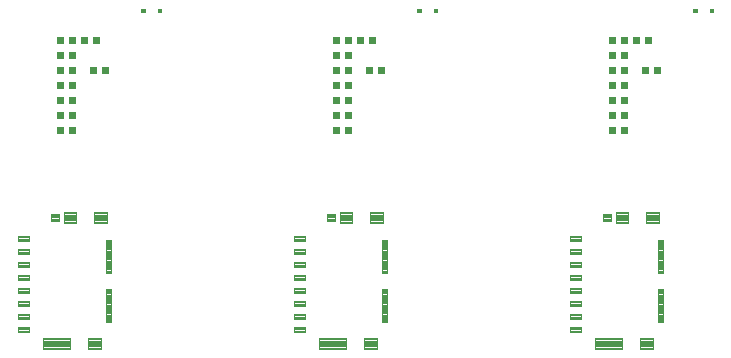
<source format=gbp>
G04 EAGLE Gerber RS-274X export*
G75*
%MOMM*%
%FSLAX34Y34*%
%LPD*%
%INSolderpaste Bottom*%
%IPPOS*%
%AMOC8*
5,1,8,0,0,1.08239X$1,22.5*%
G01*
%ADD10C,0.100000*%
%ADD11C,0.100800*%
%ADD12C,0.105000*%
%ADD13C,0.099000*%
%ADD14C,0.102000*%


D10*
X54900Y185900D02*
X45900Y185900D01*
X45900Y189900D01*
X54900Y189900D01*
X54900Y185900D01*
X54900Y186850D02*
X45900Y186850D01*
X45900Y187800D02*
X54900Y187800D01*
X54900Y188750D02*
X45900Y188750D01*
X45900Y189700D02*
X54900Y189700D01*
X54900Y174900D02*
X45900Y174900D01*
X45900Y178900D01*
X54900Y178900D01*
X54900Y174900D01*
X54900Y175850D02*
X45900Y175850D01*
X45900Y176800D02*
X54900Y176800D01*
X54900Y177750D02*
X45900Y177750D01*
X45900Y178700D02*
X54900Y178700D01*
X54900Y163900D02*
X45900Y163900D01*
X45900Y167900D01*
X54900Y167900D01*
X54900Y163900D01*
X54900Y164850D02*
X45900Y164850D01*
X45900Y165800D02*
X54900Y165800D01*
X54900Y166750D02*
X45900Y166750D01*
X45900Y167700D02*
X54900Y167700D01*
X54900Y152900D02*
X45900Y152900D01*
X45900Y156900D01*
X54900Y156900D01*
X54900Y152900D01*
X54900Y153850D02*
X45900Y153850D01*
X45900Y154800D02*
X54900Y154800D01*
X54900Y155750D02*
X45900Y155750D01*
X45900Y156700D02*
X54900Y156700D01*
X54900Y141900D02*
X45900Y141900D01*
X45900Y145900D01*
X54900Y145900D01*
X54900Y141900D01*
X54900Y142850D02*
X45900Y142850D01*
X45900Y143800D02*
X54900Y143800D01*
X54900Y144750D02*
X45900Y144750D01*
X45900Y145700D02*
X54900Y145700D01*
X54900Y130900D02*
X45900Y130900D01*
X45900Y134900D01*
X54900Y134900D01*
X54900Y130900D01*
X54900Y131850D02*
X45900Y131850D01*
X45900Y132800D02*
X54900Y132800D01*
X54900Y133750D02*
X45900Y133750D01*
X45900Y134700D02*
X54900Y134700D01*
X54900Y119900D02*
X45900Y119900D01*
X45900Y123900D01*
X54900Y123900D01*
X54900Y119900D01*
X54900Y120850D02*
X45900Y120850D01*
X45900Y121800D02*
X54900Y121800D01*
X54900Y122750D02*
X45900Y122750D01*
X45900Y123700D02*
X54900Y123700D01*
X54900Y108900D02*
X45900Y108900D01*
X45900Y112900D01*
X54900Y112900D01*
X54900Y108900D01*
X54900Y109850D02*
X45900Y109850D01*
X45900Y110800D02*
X54900Y110800D01*
X54900Y111750D02*
X45900Y111750D01*
X45900Y112700D02*
X54900Y112700D01*
D11*
X73804Y202804D02*
X73804Y208996D01*
X80596Y208996D01*
X80596Y202804D01*
X73804Y202804D01*
X73804Y203762D02*
X80596Y203762D01*
X80596Y204720D02*
X73804Y204720D01*
X73804Y205678D02*
X80596Y205678D01*
X80596Y206636D02*
X73804Y206636D01*
X73804Y207594D02*
X80596Y207594D01*
X80596Y208552D02*
X73804Y208552D01*
D12*
X85025Y201175D02*
X94775Y201175D01*
X85025Y201175D02*
X85025Y210625D01*
X94775Y210625D01*
X94775Y201175D01*
X94775Y202172D02*
X85025Y202172D01*
X85025Y203169D02*
X94775Y203169D01*
X94775Y204166D02*
X85025Y204166D01*
X85025Y205163D02*
X94775Y205163D01*
X94775Y206160D02*
X85025Y206160D01*
X85025Y207157D02*
X94775Y207157D01*
X94775Y208154D02*
X85025Y208154D01*
X85025Y209151D02*
X94775Y209151D01*
X94775Y210148D02*
X85025Y210148D01*
X110525Y201175D02*
X121475Y201175D01*
X110525Y201175D02*
X110525Y210625D01*
X121475Y210625D01*
X121475Y201175D01*
X121475Y202172D02*
X110525Y202172D01*
X110525Y203169D02*
X121475Y203169D01*
X121475Y204166D02*
X110525Y204166D01*
X110525Y205163D02*
X121475Y205163D01*
X121475Y206160D02*
X110525Y206160D01*
X110525Y207157D02*
X121475Y207157D01*
X121475Y208154D02*
X110525Y208154D01*
X110525Y209151D02*
X121475Y209151D01*
X121475Y210148D02*
X110525Y210148D01*
X115775Y94425D02*
X104825Y94425D01*
X104825Y103875D01*
X115775Y103875D01*
X115775Y94425D01*
X115775Y95422D02*
X104825Y95422D01*
X104825Y96419D02*
X115775Y96419D01*
X115775Y97416D02*
X104825Y97416D01*
X104825Y98413D02*
X115775Y98413D01*
X115775Y99410D02*
X104825Y99410D01*
X104825Y100407D02*
X115775Y100407D01*
X115775Y101404D02*
X104825Y101404D01*
X104825Y102401D02*
X115775Y102401D01*
X115775Y103398D02*
X104825Y103398D01*
X89875Y94425D02*
X67025Y94425D01*
X67025Y103875D01*
X89875Y103875D01*
X89875Y94425D01*
X89875Y95422D02*
X67025Y95422D01*
X67025Y96419D02*
X89875Y96419D01*
X89875Y97416D02*
X67025Y97416D01*
X67025Y98413D02*
X89875Y98413D01*
X89875Y99410D02*
X67025Y99410D01*
X67025Y100407D02*
X89875Y100407D01*
X89875Y101404D02*
X67025Y101404D01*
X67025Y102401D02*
X89875Y102401D01*
X89875Y103398D02*
X67025Y103398D01*
D13*
X125005Y116895D02*
X125005Y145005D01*
X125005Y116895D02*
X120495Y116895D01*
X120495Y145005D01*
X125005Y145005D01*
X125005Y117835D02*
X120495Y117835D01*
X120495Y118775D02*
X125005Y118775D01*
X125005Y119715D02*
X120495Y119715D01*
X120495Y120655D02*
X125005Y120655D01*
X125005Y121595D02*
X120495Y121595D01*
X120495Y122535D02*
X125005Y122535D01*
X125005Y123475D02*
X120495Y123475D01*
X120495Y124415D02*
X125005Y124415D01*
X125005Y125355D02*
X120495Y125355D01*
X120495Y126295D02*
X125005Y126295D01*
X125005Y127235D02*
X120495Y127235D01*
X120495Y128175D02*
X125005Y128175D01*
X125005Y129115D02*
X120495Y129115D01*
X120495Y130055D02*
X125005Y130055D01*
X125005Y130995D02*
X120495Y130995D01*
X120495Y131935D02*
X125005Y131935D01*
X125005Y132875D02*
X120495Y132875D01*
X120495Y133815D02*
X125005Y133815D01*
X125005Y134755D02*
X120495Y134755D01*
X120495Y135695D02*
X125005Y135695D01*
X125005Y136635D02*
X120495Y136635D01*
X120495Y137575D02*
X125005Y137575D01*
X125005Y138515D02*
X120495Y138515D01*
X120495Y139455D02*
X125005Y139455D01*
X125005Y140395D02*
X120495Y140395D01*
X120495Y141335D02*
X125005Y141335D01*
X125005Y142275D02*
X120495Y142275D01*
X120495Y143215D02*
X125005Y143215D01*
X125005Y144155D02*
X120495Y144155D01*
X125005Y158795D02*
X125005Y186905D01*
X125005Y158795D02*
X120495Y158795D01*
X120495Y186905D01*
X125005Y186905D01*
X125005Y159735D02*
X120495Y159735D01*
X120495Y160675D02*
X125005Y160675D01*
X125005Y161615D02*
X120495Y161615D01*
X120495Y162555D02*
X125005Y162555D01*
X125005Y163495D02*
X120495Y163495D01*
X120495Y164435D02*
X125005Y164435D01*
X125005Y165375D02*
X120495Y165375D01*
X120495Y166315D02*
X125005Y166315D01*
X125005Y167255D02*
X120495Y167255D01*
X120495Y168195D02*
X125005Y168195D01*
X125005Y169135D02*
X120495Y169135D01*
X120495Y170075D02*
X125005Y170075D01*
X125005Y171015D02*
X120495Y171015D01*
X120495Y171955D02*
X125005Y171955D01*
X125005Y172895D02*
X120495Y172895D01*
X120495Y173835D02*
X125005Y173835D01*
X125005Y174775D02*
X120495Y174775D01*
X120495Y175715D02*
X125005Y175715D01*
X125005Y176655D02*
X120495Y176655D01*
X120495Y177595D02*
X125005Y177595D01*
X125005Y178535D02*
X120495Y178535D01*
X120495Y179475D02*
X125005Y179475D01*
X125005Y180415D02*
X120495Y180415D01*
X120495Y181355D02*
X125005Y181355D01*
X125005Y182295D02*
X120495Y182295D01*
X120495Y183235D02*
X125005Y183235D01*
X125005Y184175D02*
X120495Y184175D01*
X120495Y185115D02*
X125005Y185115D01*
X125005Y186055D02*
X120495Y186055D01*
D14*
X93850Y319990D02*
X88870Y319990D01*
X93850Y319990D02*
X93850Y315010D01*
X88870Y315010D01*
X88870Y319990D01*
X88870Y315979D02*
X93850Y315979D01*
X93850Y316948D02*
X88870Y316948D01*
X88870Y317917D02*
X93850Y317917D01*
X93850Y318886D02*
X88870Y318886D01*
X88870Y319855D02*
X93850Y319855D01*
X83850Y319990D02*
X78870Y319990D01*
X83850Y319990D02*
X83850Y315010D01*
X78870Y315010D01*
X78870Y319990D01*
X78870Y315979D02*
X83850Y315979D01*
X83850Y316948D02*
X78870Y316948D01*
X78870Y317917D02*
X83850Y317917D01*
X83850Y318886D02*
X78870Y318886D01*
X78870Y319855D02*
X83850Y319855D01*
X88870Y307290D02*
X93850Y307290D01*
X93850Y302310D01*
X88870Y302310D01*
X88870Y307290D01*
X88870Y303279D02*
X93850Y303279D01*
X93850Y304248D02*
X88870Y304248D01*
X88870Y305217D02*
X93850Y305217D01*
X93850Y306186D02*
X88870Y306186D01*
X88870Y307155D02*
X93850Y307155D01*
X83850Y307290D02*
X78870Y307290D01*
X83850Y307290D02*
X83850Y302310D01*
X78870Y302310D01*
X78870Y307290D01*
X78870Y303279D02*
X83850Y303279D01*
X83850Y304248D02*
X78870Y304248D01*
X78870Y305217D02*
X83850Y305217D01*
X83850Y306186D02*
X78870Y306186D01*
X78870Y307155D02*
X83850Y307155D01*
X99190Y353110D02*
X104170Y353110D01*
X99190Y353110D02*
X99190Y358090D01*
X104170Y358090D01*
X104170Y353110D01*
X104170Y354079D02*
X99190Y354079D01*
X99190Y355048D02*
X104170Y355048D01*
X104170Y356017D02*
X99190Y356017D01*
X99190Y356986D02*
X104170Y356986D01*
X104170Y357955D02*
X99190Y357955D01*
X109190Y353110D02*
X114170Y353110D01*
X109190Y353110D02*
X109190Y358090D01*
X114170Y358090D01*
X114170Y353110D01*
X114170Y354079D02*
X109190Y354079D01*
X109190Y355048D02*
X114170Y355048D01*
X114170Y356017D02*
X109190Y356017D01*
X109190Y356986D02*
X114170Y356986D01*
X114170Y357955D02*
X109190Y357955D01*
X93850Y281890D02*
X88870Y281890D01*
X93850Y281890D02*
X93850Y276910D01*
X88870Y276910D01*
X88870Y281890D01*
X88870Y277879D02*
X93850Y277879D01*
X93850Y278848D02*
X88870Y278848D01*
X88870Y279817D02*
X93850Y279817D01*
X93850Y280786D02*
X88870Y280786D01*
X88870Y281755D02*
X93850Y281755D01*
X83850Y281890D02*
X78870Y281890D01*
X83850Y281890D02*
X83850Y276910D01*
X78870Y276910D01*
X78870Y281890D01*
X78870Y277879D02*
X83850Y277879D01*
X83850Y278848D02*
X78870Y278848D01*
X78870Y279817D02*
X83850Y279817D01*
X83850Y280786D02*
X78870Y280786D01*
X78870Y281755D02*
X83850Y281755D01*
X88870Y294590D02*
X93850Y294590D01*
X93850Y289610D01*
X88870Y289610D01*
X88870Y294590D01*
X88870Y290579D02*
X93850Y290579D01*
X93850Y291548D02*
X88870Y291548D01*
X88870Y292517D02*
X93850Y292517D01*
X93850Y293486D02*
X88870Y293486D01*
X88870Y294455D02*
X93850Y294455D01*
X83850Y294590D02*
X78870Y294590D01*
X83850Y294590D02*
X83850Y289610D01*
X78870Y289610D01*
X78870Y294590D01*
X78870Y290579D02*
X83850Y290579D01*
X83850Y291548D02*
X78870Y291548D01*
X78870Y292517D02*
X83850Y292517D01*
X83850Y293486D02*
X78870Y293486D01*
X78870Y294455D02*
X83850Y294455D01*
X88870Y332690D02*
X93850Y332690D01*
X93850Y327710D01*
X88870Y327710D01*
X88870Y332690D01*
X88870Y328679D02*
X93850Y328679D01*
X93850Y329648D02*
X88870Y329648D01*
X88870Y330617D02*
X93850Y330617D01*
X93850Y331586D02*
X88870Y331586D01*
X88870Y332555D02*
X93850Y332555D01*
X83850Y332690D02*
X78870Y332690D01*
X83850Y332690D02*
X83850Y327710D01*
X78870Y327710D01*
X78870Y332690D01*
X78870Y328679D02*
X83850Y328679D01*
X83850Y329648D02*
X78870Y329648D01*
X78870Y330617D02*
X83850Y330617D01*
X83850Y331586D02*
X78870Y331586D01*
X78870Y332555D02*
X83850Y332555D01*
X106810Y327710D02*
X111790Y327710D01*
X106810Y327710D02*
X106810Y332690D01*
X111790Y332690D01*
X111790Y327710D01*
X111790Y328679D02*
X106810Y328679D01*
X106810Y329648D02*
X111790Y329648D01*
X111790Y330617D02*
X106810Y330617D01*
X106810Y331586D02*
X111790Y331586D01*
X111790Y332555D02*
X106810Y332555D01*
X116810Y327710D02*
X121790Y327710D01*
X116810Y327710D02*
X116810Y332690D01*
X121790Y332690D01*
X121790Y327710D01*
X121790Y328679D02*
X116810Y328679D01*
X116810Y329648D02*
X121790Y329648D01*
X121790Y330617D02*
X116810Y330617D01*
X116810Y331586D02*
X121790Y331586D01*
X121790Y332555D02*
X116810Y332555D01*
X93850Y358090D02*
X88870Y358090D01*
X93850Y358090D02*
X93850Y353110D01*
X88870Y353110D01*
X88870Y358090D01*
X88870Y354079D02*
X93850Y354079D01*
X93850Y355048D02*
X88870Y355048D01*
X88870Y356017D02*
X93850Y356017D01*
X93850Y356986D02*
X88870Y356986D01*
X88870Y357955D02*
X93850Y357955D01*
X83850Y358090D02*
X78870Y358090D01*
X83850Y358090D02*
X83850Y353110D01*
X78870Y353110D01*
X78870Y358090D01*
X78870Y354079D02*
X83850Y354079D01*
X83850Y355048D02*
X78870Y355048D01*
X78870Y356017D02*
X83850Y356017D01*
X83850Y356986D02*
X78870Y356986D01*
X78870Y357955D02*
X83850Y357955D01*
X88870Y345390D02*
X93850Y345390D01*
X93850Y340410D01*
X88870Y340410D01*
X88870Y345390D01*
X88870Y341379D02*
X93850Y341379D01*
X93850Y342348D02*
X88870Y342348D01*
X88870Y343317D02*
X93850Y343317D01*
X93850Y344286D02*
X88870Y344286D01*
X88870Y345255D02*
X93850Y345255D01*
X83850Y345390D02*
X78870Y345390D01*
X83850Y345390D02*
X83850Y340410D01*
X78870Y340410D01*
X78870Y345390D01*
X78870Y341379D02*
X83850Y341379D01*
X83850Y342348D02*
X78870Y342348D01*
X78870Y343317D02*
X83850Y343317D01*
X83850Y344286D02*
X78870Y344286D01*
X78870Y345255D02*
X83850Y345255D01*
D10*
X164250Y379500D02*
X167250Y379500D01*
X164250Y379500D02*
X164250Y382500D01*
X167250Y382500D01*
X167250Y379500D01*
X167250Y380450D02*
X164250Y380450D01*
X164250Y381400D02*
X167250Y381400D01*
X167250Y382350D02*
X164250Y382350D01*
X153250Y379500D02*
X150250Y379500D01*
X150250Y382500D01*
X153250Y382500D01*
X153250Y379500D01*
X153250Y380450D02*
X150250Y380450D01*
X150250Y381400D02*
X153250Y381400D01*
X153250Y382350D02*
X150250Y382350D01*
X279580Y185900D02*
X288580Y185900D01*
X279580Y185900D02*
X279580Y189900D01*
X288580Y189900D01*
X288580Y185900D01*
X288580Y186850D02*
X279580Y186850D01*
X279580Y187800D02*
X288580Y187800D01*
X288580Y188750D02*
X279580Y188750D01*
X279580Y189700D02*
X288580Y189700D01*
X288580Y174900D02*
X279580Y174900D01*
X279580Y178900D01*
X288580Y178900D01*
X288580Y174900D01*
X288580Y175850D02*
X279580Y175850D01*
X279580Y176800D02*
X288580Y176800D01*
X288580Y177750D02*
X279580Y177750D01*
X279580Y178700D02*
X288580Y178700D01*
X288580Y163900D02*
X279580Y163900D01*
X279580Y167900D01*
X288580Y167900D01*
X288580Y163900D01*
X288580Y164850D02*
X279580Y164850D01*
X279580Y165800D02*
X288580Y165800D01*
X288580Y166750D02*
X279580Y166750D01*
X279580Y167700D02*
X288580Y167700D01*
X288580Y152900D02*
X279580Y152900D01*
X279580Y156900D01*
X288580Y156900D01*
X288580Y152900D01*
X288580Y153850D02*
X279580Y153850D01*
X279580Y154800D02*
X288580Y154800D01*
X288580Y155750D02*
X279580Y155750D01*
X279580Y156700D02*
X288580Y156700D01*
X288580Y141900D02*
X279580Y141900D01*
X279580Y145900D01*
X288580Y145900D01*
X288580Y141900D01*
X288580Y142850D02*
X279580Y142850D01*
X279580Y143800D02*
X288580Y143800D01*
X288580Y144750D02*
X279580Y144750D01*
X279580Y145700D02*
X288580Y145700D01*
X288580Y130900D02*
X279580Y130900D01*
X279580Y134900D01*
X288580Y134900D01*
X288580Y130900D01*
X288580Y131850D02*
X279580Y131850D01*
X279580Y132800D02*
X288580Y132800D01*
X288580Y133750D02*
X279580Y133750D01*
X279580Y134700D02*
X288580Y134700D01*
X288580Y119900D02*
X279580Y119900D01*
X279580Y123900D01*
X288580Y123900D01*
X288580Y119900D01*
X288580Y120850D02*
X279580Y120850D01*
X279580Y121800D02*
X288580Y121800D01*
X288580Y122750D02*
X279580Y122750D01*
X279580Y123700D02*
X288580Y123700D01*
X288580Y108900D02*
X279580Y108900D01*
X279580Y112900D01*
X288580Y112900D01*
X288580Y108900D01*
X288580Y109850D02*
X279580Y109850D01*
X279580Y110800D02*
X288580Y110800D01*
X288580Y111750D02*
X279580Y111750D01*
X279580Y112700D02*
X288580Y112700D01*
D11*
X307484Y202804D02*
X307484Y208996D01*
X314276Y208996D01*
X314276Y202804D01*
X307484Y202804D01*
X307484Y203762D02*
X314276Y203762D01*
X314276Y204720D02*
X307484Y204720D01*
X307484Y205678D02*
X314276Y205678D01*
X314276Y206636D02*
X307484Y206636D01*
X307484Y207594D02*
X314276Y207594D01*
X314276Y208552D02*
X307484Y208552D01*
D12*
X318705Y201175D02*
X328455Y201175D01*
X318705Y201175D02*
X318705Y210625D01*
X328455Y210625D01*
X328455Y201175D01*
X328455Y202172D02*
X318705Y202172D01*
X318705Y203169D02*
X328455Y203169D01*
X328455Y204166D02*
X318705Y204166D01*
X318705Y205163D02*
X328455Y205163D01*
X328455Y206160D02*
X318705Y206160D01*
X318705Y207157D02*
X328455Y207157D01*
X328455Y208154D02*
X318705Y208154D01*
X318705Y209151D02*
X328455Y209151D01*
X328455Y210148D02*
X318705Y210148D01*
X344205Y201175D02*
X355155Y201175D01*
X344205Y201175D02*
X344205Y210625D01*
X355155Y210625D01*
X355155Y201175D01*
X355155Y202172D02*
X344205Y202172D01*
X344205Y203169D02*
X355155Y203169D01*
X355155Y204166D02*
X344205Y204166D01*
X344205Y205163D02*
X355155Y205163D01*
X355155Y206160D02*
X344205Y206160D01*
X344205Y207157D02*
X355155Y207157D01*
X355155Y208154D02*
X344205Y208154D01*
X344205Y209151D02*
X355155Y209151D01*
X355155Y210148D02*
X344205Y210148D01*
X349455Y94425D02*
X338505Y94425D01*
X338505Y103875D01*
X349455Y103875D01*
X349455Y94425D01*
X349455Y95422D02*
X338505Y95422D01*
X338505Y96419D02*
X349455Y96419D01*
X349455Y97416D02*
X338505Y97416D01*
X338505Y98413D02*
X349455Y98413D01*
X349455Y99410D02*
X338505Y99410D01*
X338505Y100407D02*
X349455Y100407D01*
X349455Y101404D02*
X338505Y101404D01*
X338505Y102401D02*
X349455Y102401D01*
X349455Y103398D02*
X338505Y103398D01*
X323555Y94425D02*
X300705Y94425D01*
X300705Y103875D01*
X323555Y103875D01*
X323555Y94425D01*
X323555Y95422D02*
X300705Y95422D01*
X300705Y96419D02*
X323555Y96419D01*
X323555Y97416D02*
X300705Y97416D01*
X300705Y98413D02*
X323555Y98413D01*
X323555Y99410D02*
X300705Y99410D01*
X300705Y100407D02*
X323555Y100407D01*
X323555Y101404D02*
X300705Y101404D01*
X300705Y102401D02*
X323555Y102401D01*
X323555Y103398D02*
X300705Y103398D01*
D13*
X358685Y116895D02*
X358685Y145005D01*
X358685Y116895D02*
X354175Y116895D01*
X354175Y145005D01*
X358685Y145005D01*
X358685Y117835D02*
X354175Y117835D01*
X354175Y118775D02*
X358685Y118775D01*
X358685Y119715D02*
X354175Y119715D01*
X354175Y120655D02*
X358685Y120655D01*
X358685Y121595D02*
X354175Y121595D01*
X354175Y122535D02*
X358685Y122535D01*
X358685Y123475D02*
X354175Y123475D01*
X354175Y124415D02*
X358685Y124415D01*
X358685Y125355D02*
X354175Y125355D01*
X354175Y126295D02*
X358685Y126295D01*
X358685Y127235D02*
X354175Y127235D01*
X354175Y128175D02*
X358685Y128175D01*
X358685Y129115D02*
X354175Y129115D01*
X354175Y130055D02*
X358685Y130055D01*
X358685Y130995D02*
X354175Y130995D01*
X354175Y131935D02*
X358685Y131935D01*
X358685Y132875D02*
X354175Y132875D01*
X354175Y133815D02*
X358685Y133815D01*
X358685Y134755D02*
X354175Y134755D01*
X354175Y135695D02*
X358685Y135695D01*
X358685Y136635D02*
X354175Y136635D01*
X354175Y137575D02*
X358685Y137575D01*
X358685Y138515D02*
X354175Y138515D01*
X354175Y139455D02*
X358685Y139455D01*
X358685Y140395D02*
X354175Y140395D01*
X354175Y141335D02*
X358685Y141335D01*
X358685Y142275D02*
X354175Y142275D01*
X354175Y143215D02*
X358685Y143215D01*
X358685Y144155D02*
X354175Y144155D01*
X358685Y158795D02*
X358685Y186905D01*
X358685Y158795D02*
X354175Y158795D01*
X354175Y186905D01*
X358685Y186905D01*
X358685Y159735D02*
X354175Y159735D01*
X354175Y160675D02*
X358685Y160675D01*
X358685Y161615D02*
X354175Y161615D01*
X354175Y162555D02*
X358685Y162555D01*
X358685Y163495D02*
X354175Y163495D01*
X354175Y164435D02*
X358685Y164435D01*
X358685Y165375D02*
X354175Y165375D01*
X354175Y166315D02*
X358685Y166315D01*
X358685Y167255D02*
X354175Y167255D01*
X354175Y168195D02*
X358685Y168195D01*
X358685Y169135D02*
X354175Y169135D01*
X354175Y170075D02*
X358685Y170075D01*
X358685Y171015D02*
X354175Y171015D01*
X354175Y171955D02*
X358685Y171955D01*
X358685Y172895D02*
X354175Y172895D01*
X354175Y173835D02*
X358685Y173835D01*
X358685Y174775D02*
X354175Y174775D01*
X354175Y175715D02*
X358685Y175715D01*
X358685Y176655D02*
X354175Y176655D01*
X354175Y177595D02*
X358685Y177595D01*
X358685Y178535D02*
X354175Y178535D01*
X354175Y179475D02*
X358685Y179475D01*
X358685Y180415D02*
X354175Y180415D01*
X354175Y181355D02*
X358685Y181355D01*
X358685Y182295D02*
X354175Y182295D01*
X354175Y183235D02*
X358685Y183235D01*
X358685Y184175D02*
X354175Y184175D01*
X354175Y185115D02*
X358685Y185115D01*
X358685Y186055D02*
X354175Y186055D01*
D14*
X327530Y319990D02*
X322550Y319990D01*
X327530Y319990D02*
X327530Y315010D01*
X322550Y315010D01*
X322550Y319990D01*
X322550Y315979D02*
X327530Y315979D01*
X327530Y316948D02*
X322550Y316948D01*
X322550Y317917D02*
X327530Y317917D01*
X327530Y318886D02*
X322550Y318886D01*
X322550Y319855D02*
X327530Y319855D01*
X317530Y319990D02*
X312550Y319990D01*
X317530Y319990D02*
X317530Y315010D01*
X312550Y315010D01*
X312550Y319990D01*
X312550Y315979D02*
X317530Y315979D01*
X317530Y316948D02*
X312550Y316948D01*
X312550Y317917D02*
X317530Y317917D01*
X317530Y318886D02*
X312550Y318886D01*
X312550Y319855D02*
X317530Y319855D01*
X322550Y307290D02*
X327530Y307290D01*
X327530Y302310D01*
X322550Y302310D01*
X322550Y307290D01*
X322550Y303279D02*
X327530Y303279D01*
X327530Y304248D02*
X322550Y304248D01*
X322550Y305217D02*
X327530Y305217D01*
X327530Y306186D02*
X322550Y306186D01*
X322550Y307155D02*
X327530Y307155D01*
X317530Y307290D02*
X312550Y307290D01*
X317530Y307290D02*
X317530Y302310D01*
X312550Y302310D01*
X312550Y307290D01*
X312550Y303279D02*
X317530Y303279D01*
X317530Y304248D02*
X312550Y304248D01*
X312550Y305217D02*
X317530Y305217D01*
X317530Y306186D02*
X312550Y306186D01*
X312550Y307155D02*
X317530Y307155D01*
X332870Y353110D02*
X337850Y353110D01*
X332870Y353110D02*
X332870Y358090D01*
X337850Y358090D01*
X337850Y353110D01*
X337850Y354079D02*
X332870Y354079D01*
X332870Y355048D02*
X337850Y355048D01*
X337850Y356017D02*
X332870Y356017D01*
X332870Y356986D02*
X337850Y356986D01*
X337850Y357955D02*
X332870Y357955D01*
X342870Y353110D02*
X347850Y353110D01*
X342870Y353110D02*
X342870Y358090D01*
X347850Y358090D01*
X347850Y353110D01*
X347850Y354079D02*
X342870Y354079D01*
X342870Y355048D02*
X347850Y355048D01*
X347850Y356017D02*
X342870Y356017D01*
X342870Y356986D02*
X347850Y356986D01*
X347850Y357955D02*
X342870Y357955D01*
X327530Y281890D02*
X322550Y281890D01*
X327530Y281890D02*
X327530Y276910D01*
X322550Y276910D01*
X322550Y281890D01*
X322550Y277879D02*
X327530Y277879D01*
X327530Y278848D02*
X322550Y278848D01*
X322550Y279817D02*
X327530Y279817D01*
X327530Y280786D02*
X322550Y280786D01*
X322550Y281755D02*
X327530Y281755D01*
X317530Y281890D02*
X312550Y281890D01*
X317530Y281890D02*
X317530Y276910D01*
X312550Y276910D01*
X312550Y281890D01*
X312550Y277879D02*
X317530Y277879D01*
X317530Y278848D02*
X312550Y278848D01*
X312550Y279817D02*
X317530Y279817D01*
X317530Y280786D02*
X312550Y280786D01*
X312550Y281755D02*
X317530Y281755D01*
X322550Y294590D02*
X327530Y294590D01*
X327530Y289610D01*
X322550Y289610D01*
X322550Y294590D01*
X322550Y290579D02*
X327530Y290579D01*
X327530Y291548D02*
X322550Y291548D01*
X322550Y292517D02*
X327530Y292517D01*
X327530Y293486D02*
X322550Y293486D01*
X322550Y294455D02*
X327530Y294455D01*
X317530Y294590D02*
X312550Y294590D01*
X317530Y294590D02*
X317530Y289610D01*
X312550Y289610D01*
X312550Y294590D01*
X312550Y290579D02*
X317530Y290579D01*
X317530Y291548D02*
X312550Y291548D01*
X312550Y292517D02*
X317530Y292517D01*
X317530Y293486D02*
X312550Y293486D01*
X312550Y294455D02*
X317530Y294455D01*
X322550Y332690D02*
X327530Y332690D01*
X327530Y327710D01*
X322550Y327710D01*
X322550Y332690D01*
X322550Y328679D02*
X327530Y328679D01*
X327530Y329648D02*
X322550Y329648D01*
X322550Y330617D02*
X327530Y330617D01*
X327530Y331586D02*
X322550Y331586D01*
X322550Y332555D02*
X327530Y332555D01*
X317530Y332690D02*
X312550Y332690D01*
X317530Y332690D02*
X317530Y327710D01*
X312550Y327710D01*
X312550Y332690D01*
X312550Y328679D02*
X317530Y328679D01*
X317530Y329648D02*
X312550Y329648D01*
X312550Y330617D02*
X317530Y330617D01*
X317530Y331586D02*
X312550Y331586D01*
X312550Y332555D02*
X317530Y332555D01*
X340490Y327710D02*
X345470Y327710D01*
X340490Y327710D02*
X340490Y332690D01*
X345470Y332690D01*
X345470Y327710D01*
X345470Y328679D02*
X340490Y328679D01*
X340490Y329648D02*
X345470Y329648D01*
X345470Y330617D02*
X340490Y330617D01*
X340490Y331586D02*
X345470Y331586D01*
X345470Y332555D02*
X340490Y332555D01*
X350490Y327710D02*
X355470Y327710D01*
X350490Y327710D02*
X350490Y332690D01*
X355470Y332690D01*
X355470Y327710D01*
X355470Y328679D02*
X350490Y328679D01*
X350490Y329648D02*
X355470Y329648D01*
X355470Y330617D02*
X350490Y330617D01*
X350490Y331586D02*
X355470Y331586D01*
X355470Y332555D02*
X350490Y332555D01*
X327530Y358090D02*
X322550Y358090D01*
X327530Y358090D02*
X327530Y353110D01*
X322550Y353110D01*
X322550Y358090D01*
X322550Y354079D02*
X327530Y354079D01*
X327530Y355048D02*
X322550Y355048D01*
X322550Y356017D02*
X327530Y356017D01*
X327530Y356986D02*
X322550Y356986D01*
X322550Y357955D02*
X327530Y357955D01*
X317530Y358090D02*
X312550Y358090D01*
X317530Y358090D02*
X317530Y353110D01*
X312550Y353110D01*
X312550Y358090D01*
X312550Y354079D02*
X317530Y354079D01*
X317530Y355048D02*
X312550Y355048D01*
X312550Y356017D02*
X317530Y356017D01*
X317530Y356986D02*
X312550Y356986D01*
X312550Y357955D02*
X317530Y357955D01*
X322550Y345390D02*
X327530Y345390D01*
X327530Y340410D01*
X322550Y340410D01*
X322550Y345390D01*
X322550Y341379D02*
X327530Y341379D01*
X327530Y342348D02*
X322550Y342348D01*
X322550Y343317D02*
X327530Y343317D01*
X327530Y344286D02*
X322550Y344286D01*
X322550Y345255D02*
X327530Y345255D01*
X317530Y345390D02*
X312550Y345390D01*
X317530Y345390D02*
X317530Y340410D01*
X312550Y340410D01*
X312550Y345390D01*
X312550Y341379D02*
X317530Y341379D01*
X317530Y342348D02*
X312550Y342348D01*
X312550Y343317D02*
X317530Y343317D01*
X317530Y344286D02*
X312550Y344286D01*
X312550Y345255D02*
X317530Y345255D01*
D10*
X397930Y379500D02*
X400930Y379500D01*
X397930Y379500D02*
X397930Y382500D01*
X400930Y382500D01*
X400930Y379500D01*
X400930Y380450D02*
X397930Y380450D01*
X397930Y381400D02*
X400930Y381400D01*
X400930Y382350D02*
X397930Y382350D01*
X386930Y379500D02*
X383930Y379500D01*
X383930Y382500D01*
X386930Y382500D01*
X386930Y379500D01*
X386930Y380450D02*
X383930Y380450D01*
X383930Y381400D02*
X386930Y381400D01*
X386930Y382350D02*
X383930Y382350D01*
X513260Y185900D02*
X522260Y185900D01*
X513260Y185900D02*
X513260Y189900D01*
X522260Y189900D01*
X522260Y185900D01*
X522260Y186850D02*
X513260Y186850D01*
X513260Y187800D02*
X522260Y187800D01*
X522260Y188750D02*
X513260Y188750D01*
X513260Y189700D02*
X522260Y189700D01*
X522260Y174900D02*
X513260Y174900D01*
X513260Y178900D01*
X522260Y178900D01*
X522260Y174900D01*
X522260Y175850D02*
X513260Y175850D01*
X513260Y176800D02*
X522260Y176800D01*
X522260Y177750D02*
X513260Y177750D01*
X513260Y178700D02*
X522260Y178700D01*
X522260Y163900D02*
X513260Y163900D01*
X513260Y167900D01*
X522260Y167900D01*
X522260Y163900D01*
X522260Y164850D02*
X513260Y164850D01*
X513260Y165800D02*
X522260Y165800D01*
X522260Y166750D02*
X513260Y166750D01*
X513260Y167700D02*
X522260Y167700D01*
X522260Y152900D02*
X513260Y152900D01*
X513260Y156900D01*
X522260Y156900D01*
X522260Y152900D01*
X522260Y153850D02*
X513260Y153850D01*
X513260Y154800D02*
X522260Y154800D01*
X522260Y155750D02*
X513260Y155750D01*
X513260Y156700D02*
X522260Y156700D01*
X522260Y141900D02*
X513260Y141900D01*
X513260Y145900D01*
X522260Y145900D01*
X522260Y141900D01*
X522260Y142850D02*
X513260Y142850D01*
X513260Y143800D02*
X522260Y143800D01*
X522260Y144750D02*
X513260Y144750D01*
X513260Y145700D02*
X522260Y145700D01*
X522260Y130900D02*
X513260Y130900D01*
X513260Y134900D01*
X522260Y134900D01*
X522260Y130900D01*
X522260Y131850D02*
X513260Y131850D01*
X513260Y132800D02*
X522260Y132800D01*
X522260Y133750D02*
X513260Y133750D01*
X513260Y134700D02*
X522260Y134700D01*
X522260Y119900D02*
X513260Y119900D01*
X513260Y123900D01*
X522260Y123900D01*
X522260Y119900D01*
X522260Y120850D02*
X513260Y120850D01*
X513260Y121800D02*
X522260Y121800D01*
X522260Y122750D02*
X513260Y122750D01*
X513260Y123700D02*
X522260Y123700D01*
X522260Y108900D02*
X513260Y108900D01*
X513260Y112900D01*
X522260Y112900D01*
X522260Y108900D01*
X522260Y109850D02*
X513260Y109850D01*
X513260Y110800D02*
X522260Y110800D01*
X522260Y111750D02*
X513260Y111750D01*
X513260Y112700D02*
X522260Y112700D01*
D11*
X541164Y202804D02*
X541164Y208996D01*
X547956Y208996D01*
X547956Y202804D01*
X541164Y202804D01*
X541164Y203762D02*
X547956Y203762D01*
X547956Y204720D02*
X541164Y204720D01*
X541164Y205678D02*
X547956Y205678D01*
X547956Y206636D02*
X541164Y206636D01*
X541164Y207594D02*
X547956Y207594D01*
X547956Y208552D02*
X541164Y208552D01*
D12*
X552385Y201175D02*
X562135Y201175D01*
X552385Y201175D02*
X552385Y210625D01*
X562135Y210625D01*
X562135Y201175D01*
X562135Y202172D02*
X552385Y202172D01*
X552385Y203169D02*
X562135Y203169D01*
X562135Y204166D02*
X552385Y204166D01*
X552385Y205163D02*
X562135Y205163D01*
X562135Y206160D02*
X552385Y206160D01*
X552385Y207157D02*
X562135Y207157D01*
X562135Y208154D02*
X552385Y208154D01*
X552385Y209151D02*
X562135Y209151D01*
X562135Y210148D02*
X552385Y210148D01*
X577885Y201175D02*
X588835Y201175D01*
X577885Y201175D02*
X577885Y210625D01*
X588835Y210625D01*
X588835Y201175D01*
X588835Y202172D02*
X577885Y202172D01*
X577885Y203169D02*
X588835Y203169D01*
X588835Y204166D02*
X577885Y204166D01*
X577885Y205163D02*
X588835Y205163D01*
X588835Y206160D02*
X577885Y206160D01*
X577885Y207157D02*
X588835Y207157D01*
X588835Y208154D02*
X577885Y208154D01*
X577885Y209151D02*
X588835Y209151D01*
X588835Y210148D02*
X577885Y210148D01*
X583135Y94425D02*
X572185Y94425D01*
X572185Y103875D01*
X583135Y103875D01*
X583135Y94425D01*
X583135Y95422D02*
X572185Y95422D01*
X572185Y96419D02*
X583135Y96419D01*
X583135Y97416D02*
X572185Y97416D01*
X572185Y98413D02*
X583135Y98413D01*
X583135Y99410D02*
X572185Y99410D01*
X572185Y100407D02*
X583135Y100407D01*
X583135Y101404D02*
X572185Y101404D01*
X572185Y102401D02*
X583135Y102401D01*
X583135Y103398D02*
X572185Y103398D01*
X557235Y94425D02*
X534385Y94425D01*
X534385Y103875D01*
X557235Y103875D01*
X557235Y94425D01*
X557235Y95422D02*
X534385Y95422D01*
X534385Y96419D02*
X557235Y96419D01*
X557235Y97416D02*
X534385Y97416D01*
X534385Y98413D02*
X557235Y98413D01*
X557235Y99410D02*
X534385Y99410D01*
X534385Y100407D02*
X557235Y100407D01*
X557235Y101404D02*
X534385Y101404D01*
X534385Y102401D02*
X557235Y102401D01*
X557235Y103398D02*
X534385Y103398D01*
D13*
X592365Y116895D02*
X592365Y145005D01*
X592365Y116895D02*
X587855Y116895D01*
X587855Y145005D01*
X592365Y145005D01*
X592365Y117835D02*
X587855Y117835D01*
X587855Y118775D02*
X592365Y118775D01*
X592365Y119715D02*
X587855Y119715D01*
X587855Y120655D02*
X592365Y120655D01*
X592365Y121595D02*
X587855Y121595D01*
X587855Y122535D02*
X592365Y122535D01*
X592365Y123475D02*
X587855Y123475D01*
X587855Y124415D02*
X592365Y124415D01*
X592365Y125355D02*
X587855Y125355D01*
X587855Y126295D02*
X592365Y126295D01*
X592365Y127235D02*
X587855Y127235D01*
X587855Y128175D02*
X592365Y128175D01*
X592365Y129115D02*
X587855Y129115D01*
X587855Y130055D02*
X592365Y130055D01*
X592365Y130995D02*
X587855Y130995D01*
X587855Y131935D02*
X592365Y131935D01*
X592365Y132875D02*
X587855Y132875D01*
X587855Y133815D02*
X592365Y133815D01*
X592365Y134755D02*
X587855Y134755D01*
X587855Y135695D02*
X592365Y135695D01*
X592365Y136635D02*
X587855Y136635D01*
X587855Y137575D02*
X592365Y137575D01*
X592365Y138515D02*
X587855Y138515D01*
X587855Y139455D02*
X592365Y139455D01*
X592365Y140395D02*
X587855Y140395D01*
X587855Y141335D02*
X592365Y141335D01*
X592365Y142275D02*
X587855Y142275D01*
X587855Y143215D02*
X592365Y143215D01*
X592365Y144155D02*
X587855Y144155D01*
X592365Y158795D02*
X592365Y186905D01*
X592365Y158795D02*
X587855Y158795D01*
X587855Y186905D01*
X592365Y186905D01*
X592365Y159735D02*
X587855Y159735D01*
X587855Y160675D02*
X592365Y160675D01*
X592365Y161615D02*
X587855Y161615D01*
X587855Y162555D02*
X592365Y162555D01*
X592365Y163495D02*
X587855Y163495D01*
X587855Y164435D02*
X592365Y164435D01*
X592365Y165375D02*
X587855Y165375D01*
X587855Y166315D02*
X592365Y166315D01*
X592365Y167255D02*
X587855Y167255D01*
X587855Y168195D02*
X592365Y168195D01*
X592365Y169135D02*
X587855Y169135D01*
X587855Y170075D02*
X592365Y170075D01*
X592365Y171015D02*
X587855Y171015D01*
X587855Y171955D02*
X592365Y171955D01*
X592365Y172895D02*
X587855Y172895D01*
X587855Y173835D02*
X592365Y173835D01*
X592365Y174775D02*
X587855Y174775D01*
X587855Y175715D02*
X592365Y175715D01*
X592365Y176655D02*
X587855Y176655D01*
X587855Y177595D02*
X592365Y177595D01*
X592365Y178535D02*
X587855Y178535D01*
X587855Y179475D02*
X592365Y179475D01*
X592365Y180415D02*
X587855Y180415D01*
X587855Y181355D02*
X592365Y181355D01*
X592365Y182295D02*
X587855Y182295D01*
X587855Y183235D02*
X592365Y183235D01*
X592365Y184175D02*
X587855Y184175D01*
X587855Y185115D02*
X592365Y185115D01*
X592365Y186055D02*
X587855Y186055D01*
D14*
X561210Y319990D02*
X556230Y319990D01*
X561210Y319990D02*
X561210Y315010D01*
X556230Y315010D01*
X556230Y319990D01*
X556230Y315979D02*
X561210Y315979D01*
X561210Y316948D02*
X556230Y316948D01*
X556230Y317917D02*
X561210Y317917D01*
X561210Y318886D02*
X556230Y318886D01*
X556230Y319855D02*
X561210Y319855D01*
X551210Y319990D02*
X546230Y319990D01*
X551210Y319990D02*
X551210Y315010D01*
X546230Y315010D01*
X546230Y319990D01*
X546230Y315979D02*
X551210Y315979D01*
X551210Y316948D02*
X546230Y316948D01*
X546230Y317917D02*
X551210Y317917D01*
X551210Y318886D02*
X546230Y318886D01*
X546230Y319855D02*
X551210Y319855D01*
X556230Y307290D02*
X561210Y307290D01*
X561210Y302310D01*
X556230Y302310D01*
X556230Y307290D01*
X556230Y303279D02*
X561210Y303279D01*
X561210Y304248D02*
X556230Y304248D01*
X556230Y305217D02*
X561210Y305217D01*
X561210Y306186D02*
X556230Y306186D01*
X556230Y307155D02*
X561210Y307155D01*
X551210Y307290D02*
X546230Y307290D01*
X551210Y307290D02*
X551210Y302310D01*
X546230Y302310D01*
X546230Y307290D01*
X546230Y303279D02*
X551210Y303279D01*
X551210Y304248D02*
X546230Y304248D01*
X546230Y305217D02*
X551210Y305217D01*
X551210Y306186D02*
X546230Y306186D01*
X546230Y307155D02*
X551210Y307155D01*
X566550Y353110D02*
X571530Y353110D01*
X566550Y353110D02*
X566550Y358090D01*
X571530Y358090D01*
X571530Y353110D01*
X571530Y354079D02*
X566550Y354079D01*
X566550Y355048D02*
X571530Y355048D01*
X571530Y356017D02*
X566550Y356017D01*
X566550Y356986D02*
X571530Y356986D01*
X571530Y357955D02*
X566550Y357955D01*
X576550Y353110D02*
X581530Y353110D01*
X576550Y353110D02*
X576550Y358090D01*
X581530Y358090D01*
X581530Y353110D01*
X581530Y354079D02*
X576550Y354079D01*
X576550Y355048D02*
X581530Y355048D01*
X581530Y356017D02*
X576550Y356017D01*
X576550Y356986D02*
X581530Y356986D01*
X581530Y357955D02*
X576550Y357955D01*
X561210Y281890D02*
X556230Y281890D01*
X561210Y281890D02*
X561210Y276910D01*
X556230Y276910D01*
X556230Y281890D01*
X556230Y277879D02*
X561210Y277879D01*
X561210Y278848D02*
X556230Y278848D01*
X556230Y279817D02*
X561210Y279817D01*
X561210Y280786D02*
X556230Y280786D01*
X556230Y281755D02*
X561210Y281755D01*
X551210Y281890D02*
X546230Y281890D01*
X551210Y281890D02*
X551210Y276910D01*
X546230Y276910D01*
X546230Y281890D01*
X546230Y277879D02*
X551210Y277879D01*
X551210Y278848D02*
X546230Y278848D01*
X546230Y279817D02*
X551210Y279817D01*
X551210Y280786D02*
X546230Y280786D01*
X546230Y281755D02*
X551210Y281755D01*
X556230Y294590D02*
X561210Y294590D01*
X561210Y289610D01*
X556230Y289610D01*
X556230Y294590D01*
X556230Y290579D02*
X561210Y290579D01*
X561210Y291548D02*
X556230Y291548D01*
X556230Y292517D02*
X561210Y292517D01*
X561210Y293486D02*
X556230Y293486D01*
X556230Y294455D02*
X561210Y294455D01*
X551210Y294590D02*
X546230Y294590D01*
X551210Y294590D02*
X551210Y289610D01*
X546230Y289610D01*
X546230Y294590D01*
X546230Y290579D02*
X551210Y290579D01*
X551210Y291548D02*
X546230Y291548D01*
X546230Y292517D02*
X551210Y292517D01*
X551210Y293486D02*
X546230Y293486D01*
X546230Y294455D02*
X551210Y294455D01*
X556230Y332690D02*
X561210Y332690D01*
X561210Y327710D01*
X556230Y327710D01*
X556230Y332690D01*
X556230Y328679D02*
X561210Y328679D01*
X561210Y329648D02*
X556230Y329648D01*
X556230Y330617D02*
X561210Y330617D01*
X561210Y331586D02*
X556230Y331586D01*
X556230Y332555D02*
X561210Y332555D01*
X551210Y332690D02*
X546230Y332690D01*
X551210Y332690D02*
X551210Y327710D01*
X546230Y327710D01*
X546230Y332690D01*
X546230Y328679D02*
X551210Y328679D01*
X551210Y329648D02*
X546230Y329648D01*
X546230Y330617D02*
X551210Y330617D01*
X551210Y331586D02*
X546230Y331586D01*
X546230Y332555D02*
X551210Y332555D01*
X574170Y327710D02*
X579150Y327710D01*
X574170Y327710D02*
X574170Y332690D01*
X579150Y332690D01*
X579150Y327710D01*
X579150Y328679D02*
X574170Y328679D01*
X574170Y329648D02*
X579150Y329648D01*
X579150Y330617D02*
X574170Y330617D01*
X574170Y331586D02*
X579150Y331586D01*
X579150Y332555D02*
X574170Y332555D01*
X584170Y327710D02*
X589150Y327710D01*
X584170Y327710D02*
X584170Y332690D01*
X589150Y332690D01*
X589150Y327710D01*
X589150Y328679D02*
X584170Y328679D01*
X584170Y329648D02*
X589150Y329648D01*
X589150Y330617D02*
X584170Y330617D01*
X584170Y331586D02*
X589150Y331586D01*
X589150Y332555D02*
X584170Y332555D01*
X561210Y358090D02*
X556230Y358090D01*
X561210Y358090D02*
X561210Y353110D01*
X556230Y353110D01*
X556230Y358090D01*
X556230Y354079D02*
X561210Y354079D01*
X561210Y355048D02*
X556230Y355048D01*
X556230Y356017D02*
X561210Y356017D01*
X561210Y356986D02*
X556230Y356986D01*
X556230Y357955D02*
X561210Y357955D01*
X551210Y358090D02*
X546230Y358090D01*
X551210Y358090D02*
X551210Y353110D01*
X546230Y353110D01*
X546230Y358090D01*
X546230Y354079D02*
X551210Y354079D01*
X551210Y355048D02*
X546230Y355048D01*
X546230Y356017D02*
X551210Y356017D01*
X551210Y356986D02*
X546230Y356986D01*
X546230Y357955D02*
X551210Y357955D01*
X556230Y345390D02*
X561210Y345390D01*
X561210Y340410D01*
X556230Y340410D01*
X556230Y345390D01*
X556230Y341379D02*
X561210Y341379D01*
X561210Y342348D02*
X556230Y342348D01*
X556230Y343317D02*
X561210Y343317D01*
X561210Y344286D02*
X556230Y344286D01*
X556230Y345255D02*
X561210Y345255D01*
X551210Y345390D02*
X546230Y345390D01*
X551210Y345390D02*
X551210Y340410D01*
X546230Y340410D01*
X546230Y345390D01*
X546230Y341379D02*
X551210Y341379D01*
X551210Y342348D02*
X546230Y342348D01*
X546230Y343317D02*
X551210Y343317D01*
X551210Y344286D02*
X546230Y344286D01*
X546230Y345255D02*
X551210Y345255D01*
D10*
X631610Y379500D02*
X634610Y379500D01*
X631610Y379500D02*
X631610Y382500D01*
X634610Y382500D01*
X634610Y379500D01*
X634610Y380450D02*
X631610Y380450D01*
X631610Y381400D02*
X634610Y381400D01*
X634610Y382350D02*
X631610Y382350D01*
X620610Y379500D02*
X617610Y379500D01*
X617610Y382500D01*
X620610Y382500D01*
X620610Y379500D01*
X620610Y380450D02*
X617610Y380450D01*
X617610Y381400D02*
X620610Y381400D01*
X620610Y382350D02*
X617610Y382350D01*
M02*

</source>
